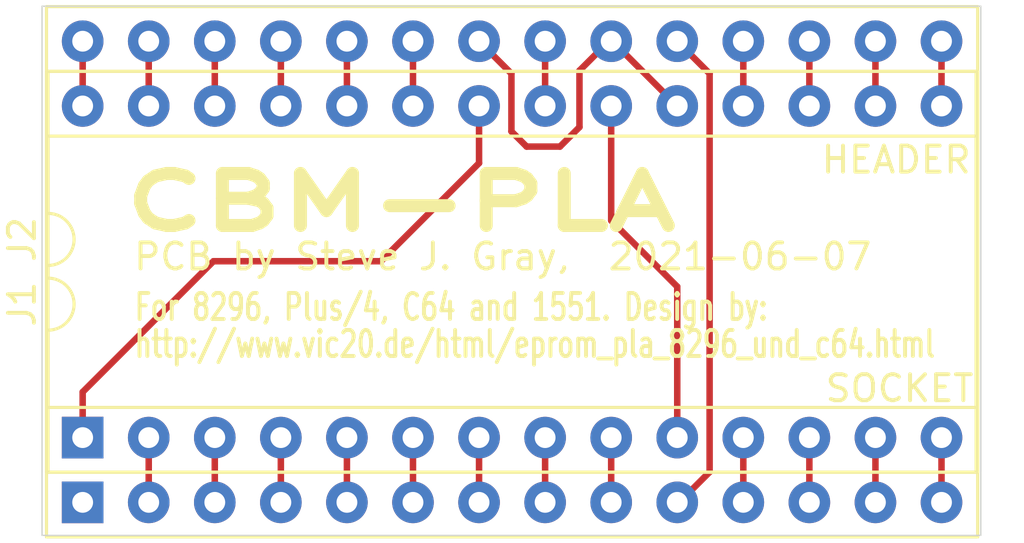
<source format=kicad_pcb>
(kicad_pcb (version 20171130) (host pcbnew "(5.1.9)-1")

  (general
    (thickness 1.6)
    (drawings 10)
    (tracks 45)
    (zones 0)
    (modules 2)
    (nets 28)
  )

  (page A4)
  (layers
    (0 F.Cu signal)
    (31 B.Cu signal)
    (32 B.Adhes user)
    (33 F.Adhes user)
    (34 B.Paste user)
    (35 F.Paste user)
    (36 B.SilkS user)
    (37 F.SilkS user)
    (38 B.Mask user)
    (39 F.Mask user)
    (40 Dwgs.User user)
    (41 Cmts.User user)
    (42 Eco1.User user)
    (43 Eco2.User user)
    (44 Edge.Cuts user)
    (45 Margin user)
    (46 B.CrtYd user)
    (47 F.CrtYd user)
    (48 B.Fab user)
    (49 F.Fab user)
  )

  (setup
    (last_trace_width 0.25)
    (user_trace_width 0.4)
    (trace_clearance 0.2)
    (zone_clearance 0.508)
    (zone_45_only no)
    (trace_min 0.2)
    (via_size 0.8)
    (via_drill 0.4)
    (via_min_size 0.4)
    (via_min_drill 0.3)
    (uvia_size 0.3)
    (uvia_drill 0.1)
    (uvias_allowed no)
    (uvia_min_size 0.2)
    (uvia_min_drill 0.1)
    (edge_width 0.05)
    (segment_width 0.2)
    (pcb_text_width 0.3)
    (pcb_text_size 1.5 1.5)
    (mod_edge_width 0.12)
    (mod_text_size 1 1)
    (mod_text_width 0.15)
    (pad_size 1.524 1.524)
    (pad_drill 0.762)
    (pad_to_mask_clearance 0)
    (aux_axis_origin 0 0)
    (visible_elements 7FFFFFFF)
    (pcbplotparams
      (layerselection 0x010e0_ffffffff)
      (usegerberextensions false)
      (usegerberattributes true)
      (usegerberadvancedattributes true)
      (creategerberjobfile true)
      (excludeedgelayer true)
      (linewidth 0.100000)
      (plotframeref false)
      (viasonmask false)
      (mode 1)
      (useauxorigin false)
      (hpglpennumber 1)
      (hpglpenspeed 20)
      (hpglpendiameter 15.000000)
      (psnegative false)
      (psa4output false)
      (plotreference true)
      (plotvalue true)
      (plotinvisibletext false)
      (padsonsilk false)
      (subtractmaskfromsilk false)
      (outputformat 1)
      (mirror false)
      (drillshape 0)
      (scaleselection 1)
      (outputdirectory "gerbers"))
  )

  (net 0 "")
  (net 1 "Net-(J1-Pad10)")
  (net 2 "Net-(J1-Pad22)")
  (net 3 "Net-(J1-Pad20)")
  (net 4 "Net-(J1-Pad19)")
  (net 5 P28)
  (net 6 P14)
  (net 7 P27)
  (net 8 P13)
  (net 9 P26)
  (net 10 P12)
  (net 11 P25)
  (net 12 P11)
  (net 13 P24)
  (net 14 P23)
  (net 15 P9)
  (net 16 P8)
  (net 17 P21)
  (net 18 P7)
  (net 19 P6)
  (net 20 P5)
  (net 21 P18)
  (net 22 P4)
  (net 23 P17)
  (net 24 P3)
  (net 25 P16)
  (net 26 P2)
  (net 27 P15)

  (net_class Default "This is the default net class."
    (clearance 0.2)
    (trace_width 0.25)
    (via_dia 0.8)
    (via_drill 0.4)
    (uvia_dia 0.3)
    (uvia_drill 0.1)
    (add_net "Net-(J1-Pad10)")
    (add_net "Net-(J1-Pad19)")
    (add_net "Net-(J1-Pad20)")
    (add_net "Net-(J1-Pad22)")
    (add_net P11)
    (add_net P12)
    (add_net P13)
    (add_net P14)
    (add_net P15)
    (add_net P16)
    (add_net P17)
    (add_net P18)
    (add_net P2)
    (add_net P21)
    (add_net P23)
    (add_net P24)
    (add_net P25)
    (add_net P26)
    (add_net P27)
    (add_net P28)
    (add_net P3)
    (add_net P4)
    (add_net P5)
    (add_net P6)
    (add_net P7)
    (add_net P8)
    (add_net P9)
  )

  (module Package_DIP:DIP-28_W15.24mm_Socket (layer F.Cu) (tedit 5A02E8C5) (tstamp 60BEF419)
    (at 133.8961 86.8172 90)
    (descr "28-lead though-hole mounted DIP package, row spacing 15.24 mm (600 mils), Socket")
    (tags "THT DIP DIL PDIP 2.54mm 15.24mm 600mil Socket")
    (path /60BE9C60)
    (fp_text reference J2 (at 7.62 -2.33 90) (layer F.SilkS)
      (effects (font (size 1 1) (thickness 0.15)))
    )
    (fp_text value Socket (at 7.62 35.35 90) (layer F.Fab)
      (effects (font (size 1 1) (thickness 0.15)))
    )
    (fp_line (start 16.8 -1.6) (end -1.55 -1.6) (layer F.CrtYd) (width 0.05))
    (fp_line (start 16.8 34.65) (end 16.8 -1.6) (layer F.CrtYd) (width 0.05))
    (fp_line (start -1.55 34.65) (end 16.8 34.65) (layer F.CrtYd) (width 0.05))
    (fp_line (start -1.55 -1.6) (end -1.55 34.65) (layer F.CrtYd) (width 0.05))
    (fp_line (start 16.57 -1.39) (end -1.33 -1.39) (layer F.SilkS) (width 0.12))
    (fp_line (start 16.57 34.41) (end 16.57 -1.39) (layer F.SilkS) (width 0.12))
    (fp_line (start -1.33 34.41) (end 16.57 34.41) (layer F.SilkS) (width 0.12))
    (fp_line (start -1.33 -1.39) (end -1.33 34.41) (layer F.SilkS) (width 0.12))
    (fp_line (start 14.08 -1.33) (end 8.62 -1.33) (layer F.SilkS) (width 0.12))
    (fp_line (start 14.08 34.35) (end 14.08 -1.33) (layer F.SilkS) (width 0.12))
    (fp_line (start 1.16 34.35) (end 14.08 34.35) (layer F.SilkS) (width 0.12))
    (fp_line (start 1.16 -1.33) (end 1.16 34.35) (layer F.SilkS) (width 0.12))
    (fp_line (start 6.62 -1.33) (end 1.16 -1.33) (layer F.SilkS) (width 0.12))
    (fp_line (start 16.51 -1.33) (end -1.27 -1.33) (layer F.Fab) (width 0.1))
    (fp_line (start 16.51 34.35) (end 16.51 -1.33) (layer F.Fab) (width 0.1))
    (fp_line (start -1.27 34.35) (end 16.51 34.35) (layer F.Fab) (width 0.1))
    (fp_line (start -1.27 -1.33) (end -1.27 34.35) (layer F.Fab) (width 0.1))
    (fp_line (start 0.255 -0.27) (end 1.255 -1.27) (layer F.Fab) (width 0.1))
    (fp_line (start 0.255 34.29) (end 0.255 -0.27) (layer F.Fab) (width 0.1))
    (fp_line (start 14.985 34.29) (end 0.255 34.29) (layer F.Fab) (width 0.1))
    (fp_line (start 14.985 -1.27) (end 14.985 34.29) (layer F.Fab) (width 0.1))
    (fp_line (start 1.255 -1.27) (end 14.985 -1.27) (layer F.Fab) (width 0.1))
    (fp_text user %R (at 7.62 16.51 90) (layer F.Fab)
      (effects (font (size 1 1) (thickness 0.15)))
    )
    (fp_arc (start 7.62 -1.33) (end 6.62 -1.33) (angle -180) (layer F.SilkS) (width 0.12))
    (pad 28 thru_hole oval (at 15.24 0 90) (size 1.6 1.6) (drill 0.8) (layers *.Cu *.Mask)
      (net 5 P28))
    (pad 14 thru_hole oval (at 0 33.02 90) (size 1.6 1.6) (drill 0.8) (layers *.Cu *.Mask)
      (net 6 P14))
    (pad 27 thru_hole oval (at 15.24 2.54 90) (size 1.6 1.6) (drill 0.8) (layers *.Cu *.Mask)
      (net 7 P27))
    (pad 13 thru_hole oval (at 0 30.48 90) (size 1.6 1.6) (drill 0.8) (layers *.Cu *.Mask)
      (net 8 P13))
    (pad 26 thru_hole oval (at 15.24 5.08 90) (size 1.6 1.6) (drill 0.8) (layers *.Cu *.Mask)
      (net 9 P26))
    (pad 12 thru_hole oval (at 0 27.94 90) (size 1.6 1.6) (drill 0.8) (layers *.Cu *.Mask)
      (net 10 P12))
    (pad 25 thru_hole oval (at 15.24 7.62 90) (size 1.6 1.6) (drill 0.8) (layers *.Cu *.Mask)
      (net 11 P25))
    (pad 11 thru_hole oval (at 0 25.4 90) (size 1.6 1.6) (drill 0.8) (layers *.Cu *.Mask)
      (net 12 P11))
    (pad 24 thru_hole oval (at 15.24 10.16 90) (size 1.6 1.6) (drill 0.8) (layers *.Cu *.Mask)
      (net 13 P24))
    (pad 10 thru_hole oval (at 0 22.86 90) (size 1.6 1.6) (drill 0.8) (layers *.Cu *.Mask)
      (net 3 "Net-(J1-Pad20)"))
    (pad 23 thru_hole oval (at 15.24 12.7 90) (size 1.6 1.6) (drill 0.8) (layers *.Cu *.Mask)
      (net 14 P23))
    (pad 9 thru_hole oval (at 0 20.32 90) (size 1.6 1.6) (drill 0.8) (layers *.Cu *.Mask)
      (net 15 P9))
    (pad 22 thru_hole oval (at 15.24 15.24 90) (size 1.6 1.6) (drill 0.8) (layers *.Cu *.Mask)
      (net 4 "Net-(J1-Pad19)"))
    (pad 8 thru_hole oval (at 0 17.78 90) (size 1.6 1.6) (drill 0.8) (layers *.Cu *.Mask)
      (net 16 P8))
    (pad 21 thru_hole oval (at 15.24 17.78 90) (size 1.6 1.6) (drill 0.8) (layers *.Cu *.Mask)
      (net 17 P21))
    (pad 7 thru_hole oval (at 0 15.24 90) (size 1.6 1.6) (drill 0.8) (layers *.Cu *.Mask)
      (net 18 P7))
    (pad 20 thru_hole oval (at 15.24 20.32 90) (size 1.6 1.6) (drill 0.8) (layers *.Cu *.Mask)
      (net 4 "Net-(J1-Pad19)"))
    (pad 6 thru_hole oval (at 0 12.7 90) (size 1.6 1.6) (drill 0.8) (layers *.Cu *.Mask)
      (net 19 P6))
    (pad 19 thru_hole oval (at 15.24 22.86 90) (size 1.6 1.6) (drill 0.8) (layers *.Cu *.Mask)
      (net 1 "Net-(J1-Pad10)"))
    (pad 5 thru_hole oval (at 0 10.16 90) (size 1.6 1.6) (drill 0.8) (layers *.Cu *.Mask)
      (net 20 P5))
    (pad 18 thru_hole oval (at 15.24 25.4 90) (size 1.6 1.6) (drill 0.8) (layers *.Cu *.Mask)
      (net 21 P18))
    (pad 4 thru_hole oval (at 0 7.62 90) (size 1.6 1.6) (drill 0.8) (layers *.Cu *.Mask)
      (net 22 P4))
    (pad 17 thru_hole oval (at 15.24 27.94 90) (size 1.6 1.6) (drill 0.8) (layers *.Cu *.Mask)
      (net 23 P17))
    (pad 3 thru_hole oval (at 0 5.08 90) (size 1.6 1.6) (drill 0.8) (layers *.Cu *.Mask)
      (net 24 P3))
    (pad 16 thru_hole oval (at 15.24 30.48 90) (size 1.6 1.6) (drill 0.8) (layers *.Cu *.Mask)
      (net 25 P16))
    (pad 2 thru_hole oval (at 0 2.54 90) (size 1.6 1.6) (drill 0.8) (layers *.Cu *.Mask)
      (net 26 P2))
    (pad 15 thru_hole oval (at 15.24 33.02 90) (size 1.6 1.6) (drill 0.8) (layers *.Cu *.Mask)
      (net 27 P15))
    (pad 1 thru_hole rect (at 0 0 90) (size 1.6 1.6) (drill 0.8) (layers *.Cu *.Mask)
      (net 2 "Net-(J1-Pad22)"))
    (model ${KISYS3DMOD}/Package_DIP.3dshapes/DIP-28_W15.24mm_Socket.wrl
      (at (xyz 0 0 0))
      (scale (xyz 1 1 1))
      (rotate (xyz 0 0 0))
    )
  )

  (module Package_DIP:DIP-28_W15.24mm_Socket (layer F.Cu) (tedit 5A02E8C5) (tstamp 60BEF3E9)
    (at 133.8961 89.3064 90)
    (descr "28-lead though-hole mounted DIP package, row spacing 15.24 mm (600 mils), Socket")
    (tags "THT DIP DIL PDIP 2.54mm 15.24mm 600mil Socket")
    (path /60BE99C8)
    (fp_text reference J1 (at 7.62 -2.33 90) (layer F.SilkS)
      (effects (font (size 1 1) (thickness 0.15)))
    )
    (fp_text value Header (at 7.62 35.35 90) (layer F.Fab)
      (effects (font (size 1 1) (thickness 0.15)))
    )
    (fp_line (start 16.8 -1.6) (end -1.55 -1.6) (layer F.CrtYd) (width 0.05))
    (fp_line (start 16.8 34.65) (end 16.8 -1.6) (layer F.CrtYd) (width 0.05))
    (fp_line (start -1.55 34.65) (end 16.8 34.65) (layer F.CrtYd) (width 0.05))
    (fp_line (start -1.55 -1.6) (end -1.55 34.65) (layer F.CrtYd) (width 0.05))
    (fp_line (start 16.57 -1.39) (end -1.33 -1.39) (layer F.SilkS) (width 0.12))
    (fp_line (start 16.57 34.41) (end 16.57 -1.39) (layer F.SilkS) (width 0.12))
    (fp_line (start -1.33 34.41) (end 16.57 34.41) (layer F.SilkS) (width 0.12))
    (fp_line (start -1.33 -1.39) (end -1.33 34.41) (layer F.SilkS) (width 0.12))
    (fp_line (start 14.08 -1.33) (end 8.62 -1.33) (layer F.SilkS) (width 0.12))
    (fp_line (start 14.08 34.35) (end 14.08 -1.33) (layer F.SilkS) (width 0.12))
    (fp_line (start 1.16 34.35) (end 14.08 34.35) (layer F.SilkS) (width 0.12))
    (fp_line (start 1.16 -1.33) (end 1.16 34.35) (layer F.SilkS) (width 0.12))
    (fp_line (start 6.62 -1.33) (end 1.16 -1.33) (layer F.SilkS) (width 0.12))
    (fp_line (start 16.51 -1.33) (end -1.27 -1.33) (layer F.Fab) (width 0.1))
    (fp_line (start 16.51 34.35) (end 16.51 -1.33) (layer F.Fab) (width 0.1))
    (fp_line (start -1.27 34.35) (end 16.51 34.35) (layer F.Fab) (width 0.1))
    (fp_line (start -1.27 -1.33) (end -1.27 34.35) (layer F.Fab) (width 0.1))
    (fp_line (start 0.255 -0.27) (end 1.255 -1.27) (layer F.Fab) (width 0.1))
    (fp_line (start 0.255 34.29) (end 0.255 -0.27) (layer F.Fab) (width 0.1))
    (fp_line (start 14.985 34.29) (end 0.255 34.29) (layer F.Fab) (width 0.1))
    (fp_line (start 14.985 -1.27) (end 14.985 34.29) (layer F.Fab) (width 0.1))
    (fp_line (start 1.255 -1.27) (end 14.985 -1.27) (layer F.Fab) (width 0.1))
    (fp_text user %R (at 7.62 16.51 90) (layer F.Fab)
      (effects (font (size 1 1) (thickness 0.15)))
    )
    (fp_arc (start 7.62 -1.33) (end 6.62 -1.33) (angle -180) (layer F.SilkS) (width 0.12))
    (pad 28 thru_hole oval (at 15.24 0 90) (size 1.6 1.6) (drill 0.8) (layers *.Cu *.Mask)
      (net 5 P28))
    (pad 14 thru_hole oval (at 0 33.02 90) (size 1.6 1.6) (drill 0.8) (layers *.Cu *.Mask)
      (net 6 P14))
    (pad 27 thru_hole oval (at 15.24 2.54 90) (size 1.6 1.6) (drill 0.8) (layers *.Cu *.Mask)
      (net 7 P27))
    (pad 13 thru_hole oval (at 0 30.48 90) (size 1.6 1.6) (drill 0.8) (layers *.Cu *.Mask)
      (net 8 P13))
    (pad 26 thru_hole oval (at 15.24 5.08 90) (size 1.6 1.6) (drill 0.8) (layers *.Cu *.Mask)
      (net 9 P26))
    (pad 12 thru_hole oval (at 0 27.94 90) (size 1.6 1.6) (drill 0.8) (layers *.Cu *.Mask)
      (net 10 P12))
    (pad 25 thru_hole oval (at 15.24 7.62 90) (size 1.6 1.6) (drill 0.8) (layers *.Cu *.Mask)
      (net 11 P25))
    (pad 11 thru_hole oval (at 0 25.4 90) (size 1.6 1.6) (drill 0.8) (layers *.Cu *.Mask)
      (net 12 P11))
    (pad 24 thru_hole oval (at 15.24 10.16 90) (size 1.6 1.6) (drill 0.8) (layers *.Cu *.Mask)
      (net 13 P24))
    (pad 10 thru_hole oval (at 0 22.86 90) (size 1.6 1.6) (drill 0.8) (layers *.Cu *.Mask)
      (net 1 "Net-(J1-Pad10)"))
    (pad 23 thru_hole oval (at 15.24 12.7 90) (size 1.6 1.6) (drill 0.8) (layers *.Cu *.Mask)
      (net 14 P23))
    (pad 9 thru_hole oval (at 0 20.32 90) (size 1.6 1.6) (drill 0.8) (layers *.Cu *.Mask)
      (net 15 P9))
    (pad 22 thru_hole oval (at 15.24 15.24 90) (size 1.6 1.6) (drill 0.8) (layers *.Cu *.Mask)
      (net 2 "Net-(J1-Pad22)"))
    (pad 8 thru_hole oval (at 0 17.78 90) (size 1.6 1.6) (drill 0.8) (layers *.Cu *.Mask)
      (net 16 P8))
    (pad 21 thru_hole oval (at 15.24 17.78 90) (size 1.6 1.6) (drill 0.8) (layers *.Cu *.Mask)
      (net 17 P21))
    (pad 7 thru_hole oval (at 0 15.24 90) (size 1.6 1.6) (drill 0.8) (layers *.Cu *.Mask)
      (net 18 P7))
    (pad 20 thru_hole oval (at 15.24 20.32 90) (size 1.6 1.6) (drill 0.8) (layers *.Cu *.Mask)
      (net 3 "Net-(J1-Pad20)"))
    (pad 6 thru_hole oval (at 0 12.7 90) (size 1.6 1.6) (drill 0.8) (layers *.Cu *.Mask)
      (net 19 P6))
    (pad 19 thru_hole oval (at 15.24 22.86 90) (size 1.6 1.6) (drill 0.8) (layers *.Cu *.Mask)
      (net 4 "Net-(J1-Pad19)"))
    (pad 5 thru_hole oval (at 0 10.16 90) (size 1.6 1.6) (drill 0.8) (layers *.Cu *.Mask)
      (net 20 P5))
    (pad 18 thru_hole oval (at 15.24 25.4 90) (size 1.6 1.6) (drill 0.8) (layers *.Cu *.Mask)
      (net 21 P18))
    (pad 4 thru_hole oval (at 0 7.62 90) (size 1.6 1.6) (drill 0.8) (layers *.Cu *.Mask)
      (net 22 P4))
    (pad 17 thru_hole oval (at 15.24 27.94 90) (size 1.6 1.6) (drill 0.8) (layers *.Cu *.Mask)
      (net 23 P17))
    (pad 3 thru_hole oval (at 0 5.08 90) (size 1.6 1.6) (drill 0.8) (layers *.Cu *.Mask)
      (net 24 P3))
    (pad 16 thru_hole oval (at 15.24 30.48 90) (size 1.6 1.6) (drill 0.8) (layers *.Cu *.Mask)
      (net 25 P16))
    (pad 2 thru_hole oval (at 0 2.54 90) (size 1.6 1.6) (drill 0.8) (layers *.Cu *.Mask)
      (net 26 P2))
    (pad 15 thru_hole oval (at 15.24 33.02 90) (size 1.6 1.6) (drill 0.8) (layers *.Cu *.Mask)
      (net 27 P15))
    (pad 1 thru_hole rect (at 0 0 90) (size 1.6 1.6) (drill 0.8) (layers *.Cu *.Mask))
    (model ${KISYS3DMOD}/Package_DIP.3dshapes/DIP-28_W15.24mm_Socket.wrl
      (at (xyz 0 0 0))
      (scale (xyz 1 1 1))
      (rotate (xyz 0 0 0))
    )
  )

  (gr_text HEADER (at 165.1762 76.1365) (layer F.SilkS) (tstamp 60BF0A35)
    (effects (font (size 1 1) (thickness 0.15)))
  )
  (gr_text SOCKET (at 165.3032 84.9249) (layer F.SilkS)
    (effects (font (size 1 1) (thickness 0.15)))
  )
  (gr_text "For 8296, Plus/4, C64 and 1551. Design by:" (at 148.0693 81.8007) (layer F.SilkS) (tstamp 60BF0320)
    (effects (font (size 1 0.7) (thickness 0.15)))
  )
  (gr_text http://www.vic20.de/html/eprom_pla_8296_und_c64.html (at 151.2824 83.2231) (layer F.SilkS) (tstamp 60BEFFBB)
    (effects (font (size 1 0.7) (thickness 0.15)))
  )
  (gr_text "PCB by Steve J. Gray,  2021-06-07" (at 150.0505 79.8576) (layer F.SilkS)
    (effects (font (size 1 1) (thickness 0.15)))
  )
  (gr_text CBM-PLA (at 146.1262 77.7621) (layer F.SilkS)
    (effects (font (size 2 3) (thickness 0.5)))
  )
  (gr_line (start 132.334 90.5764) (end 132.334 70.231) (layer Edge.Cuts) (width 0.05) (tstamp 60BEF4DA))
  (gr_line (start 168.4274 90.5764) (end 132.334 90.5764) (layer Edge.Cuts) (width 0.05))
  (gr_line (start 168.4274 70.231) (end 168.4274 90.5764) (layer Edge.Cuts) (width 0.05))
  (gr_line (start 132.334 70.231) (end 168.4274 70.231) (layer Edge.Cuts) (width 0.05))

  (segment (start 156.7561 89.3064) (end 156.8323 89.3064) (width 0.25) (layer F.Cu) (net 1))
  (segment (start 156.8323 89.3064) (end 158.0007 88.138) (width 0.25) (layer F.Cu) (net 1))
  (segment (start 158.0007 72.8218) (end 156.7561 71.5772) (width 0.25) (layer F.Cu) (net 1))
  (segment (start 158.0007 88.138) (end 158.0007 72.8218) (width 0.25) (layer F.Cu) (net 1))
  (segment (start 133.8961 86.8172) (end 133.8961 85.0646) (width 0.25) (layer F.Cu) (net 2))
  (segment (start 133.8961 85.0646) (end 138.9253 80.0354) (width 0.25) (layer F.Cu) (net 2))
  (segment (start 138.9253 80.0354) (end 145.3642 80.0354) (width 0.25) (layer F.Cu) (net 2))
  (segment (start 149.1361 76.2635) (end 149.1361 74.0664) (width 0.25) (layer F.Cu) (net 2))
  (segment (start 145.3642 80.0354) (end 149.1361 76.2635) (width 0.25) (layer F.Cu) (net 2))
  (segment (start 154.2161 74.0664) (end 154.2161 78.4733) (width 0.25) (layer F.Cu) (net 3))
  (segment (start 156.7561 81.0133) (end 156.7561 86.8172) (width 0.25) (layer F.Cu) (net 3))
  (segment (start 154.2161 78.4733) (end 156.7561 81.0133) (width 0.25) (layer F.Cu) (net 3))
  (segment (start 154.2669 71.5772) (end 156.7561 74.0664) (width 0.25) (layer F.Cu) (net 4))
  (segment (start 154.2161 71.5772) (end 154.2669 71.5772) (width 0.25) (layer F.Cu) (net 4))
  (segment (start 154.2161 71.5772) (end 154.1272 71.5772) (width 0.25) (layer F.Cu) (net 4))
  (segment (start 154.1272 71.5772) (end 152.9969 72.7075) (width 0.25) (layer F.Cu) (net 4))
  (segment (start 152.9969 72.7075) (end 152.9969 74.8792) (width 0.25) (layer F.Cu) (net 4))
  (segment (start 152.9969 74.8792) (end 152.2476 75.6285) (width 0.25) (layer F.Cu) (net 4))
  (segment (start 152.2476 75.6285) (end 150.9649 75.6285) (width 0.25) (layer F.Cu) (net 4))
  (segment (start 150.9649 75.6285) (end 150.3807 75.0443) (width 0.25) (layer F.Cu) (net 4))
  (segment (start 150.3807 72.8218) (end 149.1361 71.5772) (width 0.25) (layer F.Cu) (net 4))
  (segment (start 150.3807 75.0443) (end 150.3807 72.8218) (width 0.25) (layer F.Cu) (net 4))
  (segment (start 133.8961 71.5772) (end 133.8961 74.0664) (width 0.25) (layer F.Cu) (net 5))
  (segment (start 166.9161 86.8172) (end 166.9161 89.3064) (width 0.25) (layer F.Cu) (net 6))
  (segment (start 136.4361 71.5772) (end 136.4361 74.0664) (width 0.25) (layer F.Cu) (net 7))
  (segment (start 164.3761 86.8172) (end 164.3761 89.3064) (width 0.25) (layer F.Cu) (net 8))
  (segment (start 138.9761 71.5772) (end 138.9761 74.0664) (width 0.25) (layer F.Cu) (net 9))
  (segment (start 161.8361 86.8172) (end 161.8361 89.3064) (width 0.25) (layer F.Cu) (net 10))
  (segment (start 141.5161 71.5772) (end 141.5161 74.0664) (width 0.25) (layer F.Cu) (net 11))
  (segment (start 159.2961 86.8172) (end 159.2961 89.3064) (width 0.25) (layer F.Cu) (net 12))
  (segment (start 144.0561 71.5772) (end 144.0561 74.0664) (width 0.25) (layer F.Cu) (net 13))
  (segment (start 146.5961 71.5772) (end 146.5961 74.0664) (width 0.25) (layer F.Cu) (net 14))
  (segment (start 154.2161 86.8172) (end 154.2161 89.3064) (width 0.25) (layer F.Cu) (net 15))
  (segment (start 151.6761 86.8172) (end 151.6761 89.3064) (width 0.25) (layer F.Cu) (net 16))
  (segment (start 151.6761 71.5772) (end 151.6761 74.0664) (width 0.25) (layer F.Cu) (net 17))
  (segment (start 149.1361 86.8172) (end 149.1361 89.3064) (width 0.25) (layer F.Cu) (net 18))
  (segment (start 146.5961 86.8172) (end 146.5961 89.3064) (width 0.25) (layer F.Cu) (net 19))
  (segment (start 144.0561 86.8172) (end 144.0561 89.3064) (width 0.25) (layer F.Cu) (net 20))
  (segment (start 159.2961 71.5772) (end 159.2961 74.0664) (width 0.25) (layer F.Cu) (net 21))
  (segment (start 141.5161 86.8172) (end 141.5161 89.3064) (width 0.25) (layer F.Cu) (net 22))
  (segment (start 161.8361 71.5772) (end 161.8361 74.0664) (width 0.25) (layer F.Cu) (net 23))
  (segment (start 138.9761 89.3064) (end 138.9761 86.8172) (width 0.25) (layer F.Cu) (net 24))
  (segment (start 164.3761 71.5772) (end 164.3761 74.0664) (width 0.25) (layer F.Cu) (net 25))
  (segment (start 136.4361 89.3064) (end 136.4361 86.8172) (width 0.25) (layer F.Cu) (net 26))
  (segment (start 166.9161 71.5772) (end 166.9161 74.0664) (width 0.25) (layer F.Cu) (net 27))

)

</source>
